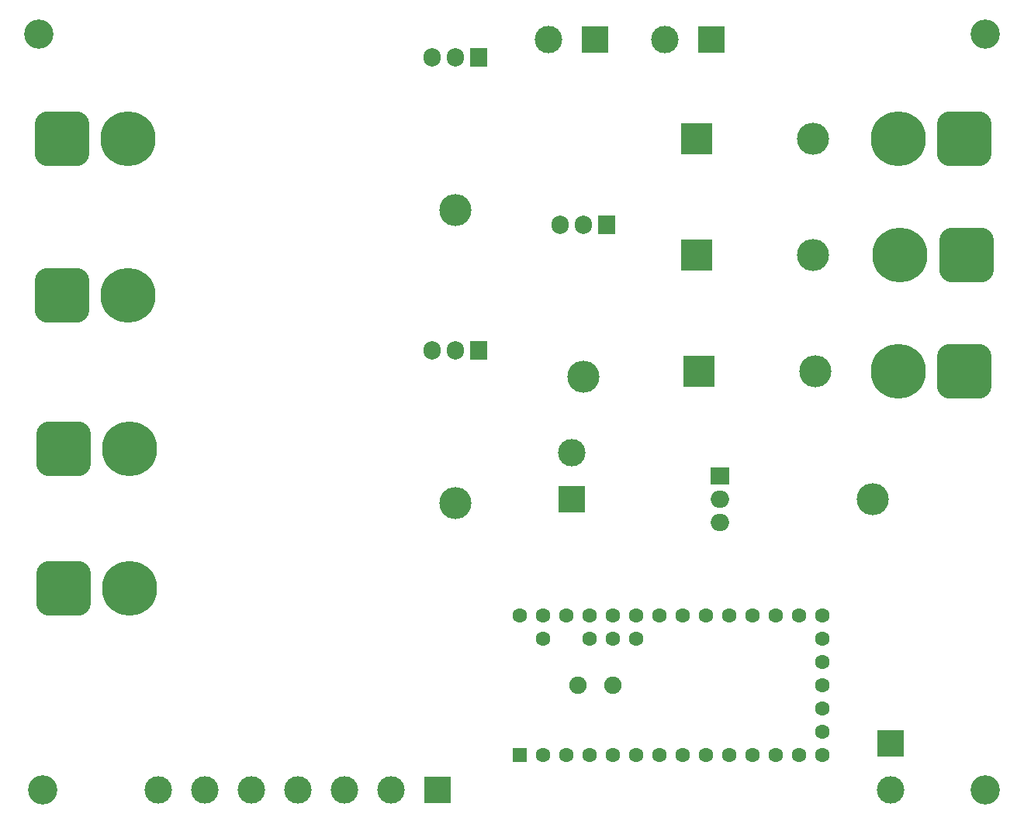
<source format=gbs>
G04 #@! TF.GenerationSoftware,KiCad,Pcbnew,6.0.9-8da3e8f707~116~ubuntu22.04.1*
G04 #@! TF.CreationDate,2022-12-04T14:53:19+01:00*
G04 #@! TF.ProjectId,robot_power,726f626f-745f-4706-9f77-65722e6b6963,rev?*
G04 #@! TF.SameCoordinates,Original*
G04 #@! TF.FileFunction,Soldermask,Bot*
G04 #@! TF.FilePolarity,Negative*
%FSLAX46Y46*%
G04 Gerber Fmt 4.6, Leading zero omitted, Abs format (unit mm)*
G04 Created by KiCad (PCBNEW 6.0.9-8da3e8f707~116~ubuntu22.04.1) date 2022-12-04 14:53:19*
%MOMM*%
%LPD*%
G01*
G04 APERTURE LIST*
G04 Aperture macros list*
%AMRoundRect*
0 Rectangle with rounded corners*
0 $1 Rounding radius*
0 $2 $3 $4 $5 $6 $7 $8 $9 X,Y pos of 4 corners*
0 Add a 4 corners polygon primitive as box body*
4,1,4,$2,$3,$4,$5,$6,$7,$8,$9,$2,$3,0*
0 Add four circle primitives for the rounded corners*
1,1,$1+$1,$2,$3*
1,1,$1+$1,$4,$5*
1,1,$1+$1,$6,$7*
1,1,$1+$1,$8,$9*
0 Add four rect primitives between the rounded corners*
20,1,$1+$1,$2,$3,$4,$5,0*
20,1,$1+$1,$4,$5,$6,$7,0*
20,1,$1+$1,$6,$7,$8,$9,0*
20,1,$1+$1,$8,$9,$2,$3,0*%
G04 Aperture macros list end*
%ADD10R,3.000000X3.000000*%
%ADD11C,3.000000*%
%ADD12C,3.200000*%
%ADD13O,3.500000X3.500000*%
%ADD14R,1.905000X2.000000*%
%ADD15O,1.905000X2.000000*%
%ADD16RoundRect,1.500000X-1.500000X-1.500000X1.500000X-1.500000X1.500000X1.500000X-1.500000X1.500000X0*%
%ADD17C,6.000000*%
%ADD18RoundRect,1.500000X1.500000X1.500000X-1.500000X1.500000X-1.500000X-1.500000X1.500000X-1.500000X0*%
%ADD19R,3.500000X3.500000*%
%ADD20R,2.000000X1.905000*%
%ADD21O,2.000000X1.905000*%
%ADD22R,1.600000X1.600000*%
%ADD23C,1.600000*%
%ADD24C,1.900000*%
G04 APERTURE END LIST*
D10*
X257683000Y-133350000D03*
D11*
X257683000Y-138430000D03*
D12*
X165100000Y-138430000D03*
D13*
X210185000Y-107125000D03*
D14*
X212725000Y-90465000D03*
D15*
X210185000Y-90465000D03*
X207645000Y-90465000D03*
D16*
X167215000Y-84455000D03*
D17*
X174415000Y-84455000D03*
D18*
X265700000Y-92710000D03*
D17*
X258500000Y-92710000D03*
D10*
X222885000Y-106680000D03*
D11*
X222885000Y-101600000D03*
D12*
X164719000Y-55880000D03*
D13*
X224155000Y-93345000D03*
D14*
X226695000Y-76685000D03*
D15*
X224155000Y-76685000D03*
X221615000Y-76685000D03*
D19*
X236490000Y-67310000D03*
D13*
X249190000Y-67310000D03*
D19*
X236490000Y-80010000D03*
D13*
X249190000Y-80010000D03*
X255715000Y-106680000D03*
D20*
X239055000Y-104140000D03*
D21*
X239055000Y-106680000D03*
X239055000Y-109220000D03*
D16*
X167425000Y-116437500D03*
D17*
X174625000Y-116437500D03*
D18*
X265910000Y-80010000D03*
D17*
X258710000Y-80010000D03*
D13*
X210185000Y-75080000D03*
D14*
X212725000Y-58420000D03*
D15*
X210185000Y-58420000D03*
X207645000Y-58420000D03*
D10*
X225425000Y-56515000D03*
D11*
X220345000Y-56515000D03*
D18*
X265700000Y-67310000D03*
D17*
X258500000Y-67310000D03*
D12*
X267970000Y-138430000D03*
D22*
X217170000Y-134620000D03*
D23*
X219710000Y-134620000D03*
X222250000Y-134620000D03*
X224790000Y-134620000D03*
X227330000Y-134620000D03*
X229870000Y-134620000D03*
X232410000Y-134620000D03*
X234950000Y-134620000D03*
X237490000Y-134620000D03*
X240030000Y-134620000D03*
X242570000Y-134620000D03*
X245110000Y-134620000D03*
X247650000Y-134620000D03*
X250190000Y-134620000D03*
X250190000Y-132080000D03*
X250190000Y-129540000D03*
X250190000Y-127000000D03*
X250190000Y-124460000D03*
X250190000Y-121920000D03*
X250190000Y-119380000D03*
X247650000Y-119380000D03*
X245110000Y-119380000D03*
X242570000Y-119380000D03*
X240030000Y-119380000D03*
X237490000Y-119380000D03*
X234950000Y-119380000D03*
X232410000Y-119380000D03*
X229870000Y-119380000D03*
X227330000Y-119380000D03*
X224790000Y-119380000D03*
X222250000Y-119380000D03*
X219710000Y-119380000D03*
X217170000Y-119380000D03*
X219710000Y-121920000D03*
X224790000Y-121920000D03*
X227330000Y-121920000D03*
X229870000Y-121920000D03*
D24*
X227330000Y-127000000D03*
X223520000Y-127000000D03*
D10*
X238125000Y-56515000D03*
D11*
X233045000Y-56515000D03*
D16*
X167425000Y-101197500D03*
D17*
X174625000Y-101197500D03*
D19*
X236700000Y-92710000D03*
D13*
X249400000Y-92710000D03*
D16*
X167215000Y-67310000D03*
D17*
X174415000Y-67310000D03*
D12*
X267970000Y-55880000D03*
D10*
X208192500Y-138430000D03*
D11*
X203112500Y-138430000D03*
X198032500Y-138430000D03*
X192952500Y-138430000D03*
X187872500Y-138430000D03*
X182792500Y-138430000D03*
X177712500Y-138430000D03*
M02*

</source>
